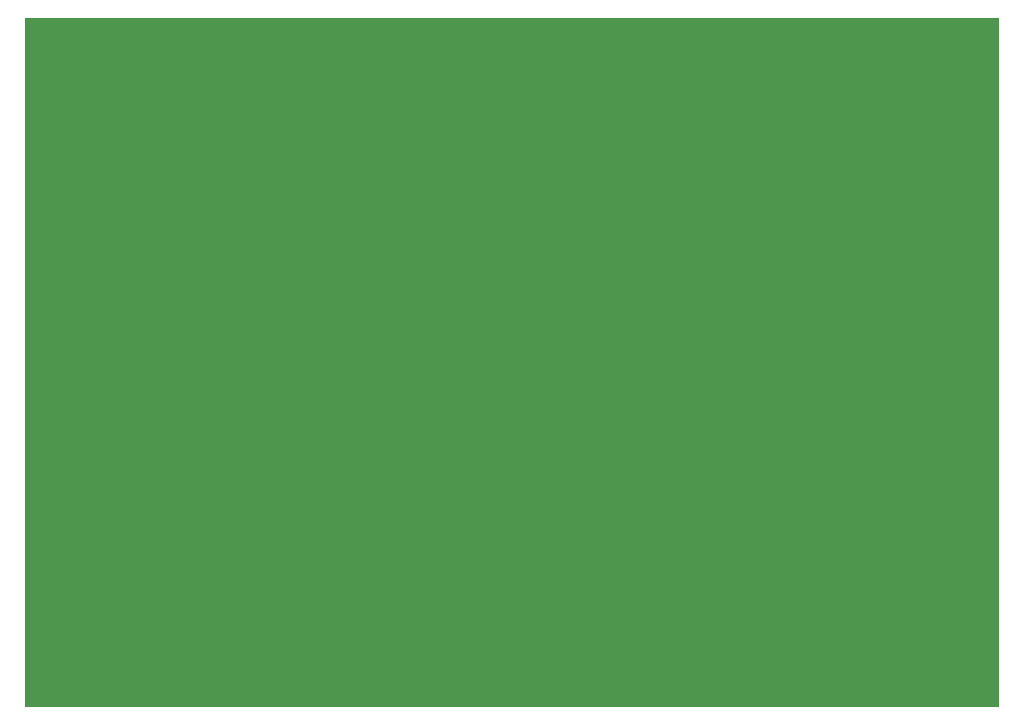
<source format=gbr>
G04 DipTrace 2.4.0.2*
%INÏëàòà.gbr*%
%MOIN*%
%ADD11C,0.0055*%
%FSLAX44Y44*%
G04*
G70*
G90*
G75*
G01*
%LNBoardPoly*%
%LPD*%
G36*
X3937Y26937D2*
D11*
Y3937D1*
X36437D1*
Y26937D1*
X3937D1*
G37*
M02*

</source>
